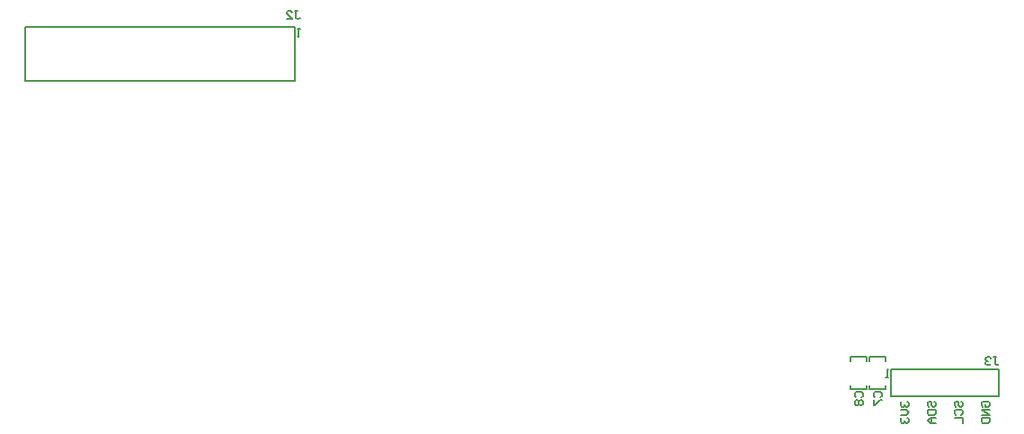
<source format=gbo>
G04*
G04 #@! TF.GenerationSoftware,Altium Limited,Altium Designer,21.6.4 (81)*
G04*
G04 Layer_Color=8421504*
%FSLAX25Y25*%
%MOIN*%
G70*
G04*
G04 #@! TF.SameCoordinates,0CBDA3DA-19B2-4F21-B402-8426C952BD09*
G04*
G04*
G04 #@! TF.FilePolarity,Positive*
G04*
G01*
G75*
%ADD13C,0.00600*%
%ADD14C,0.00500*%
D13*
X351500Y225000D02*
Y226500D01*
Y235500D02*
Y237000D01*
X345500D02*
X351500D01*
X345500Y235500D02*
Y237000D01*
Y225000D02*
X351500D01*
X345500D02*
Y226500D01*
X344500Y225000D02*
Y226500D01*
Y235500D02*
Y237000D01*
X338500D02*
X344500D01*
X338500Y235500D02*
Y237000D01*
Y225000D02*
X344500D01*
X338500D02*
Y226500D01*
X353500Y222579D02*
X393500D01*
X353500Y232421D02*
X393500D01*
X353500Y222579D02*
Y232421D01*
X393500Y222579D02*
Y232421D01*
X32500Y339579D02*
Y359421D01*
Y339579D02*
X132500D01*
X32500Y359421D02*
X132500D01*
Y339579D02*
Y359421D01*
D14*
X357500Y220500D02*
X357000Y220000D01*
Y219000D01*
X357500Y218500D01*
X358000D01*
X358500Y219000D01*
Y219500D01*
Y219000D01*
X359000Y218500D01*
X359500D01*
X359999Y219000D01*
Y220000D01*
X359500Y220500D01*
X357000Y217501D02*
X359000D01*
X359999Y216501D01*
X359000Y215501D01*
X357000D01*
X357500Y214502D02*
X357000Y214002D01*
Y213002D01*
X357500Y212502D01*
X358000D01*
X358500Y213002D01*
Y213502D01*
Y213002D01*
X359000Y212502D01*
X359500D01*
X359999Y213002D01*
Y214002D01*
X359500Y214502D01*
X387500Y218500D02*
X387000Y219000D01*
Y220000D01*
X387500Y220500D01*
X389499D01*
X389999Y220000D01*
Y219000D01*
X389499Y218500D01*
X388500D01*
Y219500D01*
X389999Y217501D02*
X387000D01*
X389999Y215501D01*
X387000D01*
Y214502D02*
X389999D01*
Y213002D01*
X389499Y212502D01*
X387500D01*
X387000Y213002D01*
Y214502D01*
X377500Y218500D02*
X377000Y219000D01*
Y220000D01*
X377500Y220500D01*
X378000D01*
X378500Y220000D01*
Y219000D01*
X379000Y218500D01*
X379500D01*
X379999Y219000D01*
Y220000D01*
X379500Y220500D01*
X377500Y215501D02*
X377000Y216001D01*
Y217001D01*
X377500Y217501D01*
X379500D01*
X379999Y217001D01*
Y216001D01*
X379500Y215501D01*
X377000Y214502D02*
X379999D01*
Y212502D01*
X367500Y218500D02*
X367000Y219000D01*
Y220000D01*
X367500Y220500D01*
X368000D01*
X368500Y220000D01*
Y219000D01*
X369000Y218500D01*
X369499D01*
X369999Y219000D01*
Y220000D01*
X369499Y220500D01*
X367000Y217501D02*
X369999D01*
Y216001D01*
X369499Y215501D01*
X367500D01*
X367000Y216001D01*
Y217501D01*
X369999Y214502D02*
X368000D01*
X367000Y213502D01*
X368000Y212502D01*
X369999D01*
X368500D01*
Y214502D01*
X352500Y229500D02*
X351500D01*
X352000D01*
Y232499D01*
X352500Y231999D01*
X133400Y358600D02*
X134400D01*
X133900D01*
Y355601D01*
X133400Y356101D01*
X340500Y222000D02*
X340001Y222500D01*
Y223499D01*
X340500Y223999D01*
X342500D01*
X343000Y223499D01*
Y222500D01*
X342500Y222000D01*
X340500Y221000D02*
X340001Y220500D01*
Y219501D01*
X340500Y219001D01*
X341000D01*
X341500Y219501D01*
X342000Y219001D01*
X342500D01*
X343000Y219501D01*
Y220500D01*
X342500Y221000D01*
X342000D01*
X341500Y220500D01*
X341000Y221000D01*
X340500D01*
X341500Y220500D02*
Y219501D01*
X347500Y222000D02*
X347001Y222500D01*
Y223499D01*
X347500Y223999D01*
X349500D01*
X349999Y223499D01*
Y222500D01*
X349500Y222000D01*
X347001Y221000D02*
Y219001D01*
X347500D01*
X349500Y221000D01*
X349999D01*
X391500Y237000D02*
X392499D01*
X392000D01*
Y234500D01*
X392499Y234000D01*
X392999D01*
X393499Y234500D01*
X390500Y236500D02*
X390000Y237000D01*
X389001D01*
X388501Y236500D01*
Y236000D01*
X389001Y235500D01*
X389500D01*
X389001D01*
X388501Y235000D01*
Y234500D01*
X389001Y234000D01*
X390000D01*
X390500Y234500D01*
X132401Y365399D02*
X133400D01*
X132901D01*
Y362900D01*
X133400Y362400D01*
X133900D01*
X134400Y362900D01*
X129402Y362400D02*
X131401D01*
X129402Y364399D01*
Y364899D01*
X129901Y365399D01*
X130901D01*
X131401Y364899D01*
M02*

</source>
